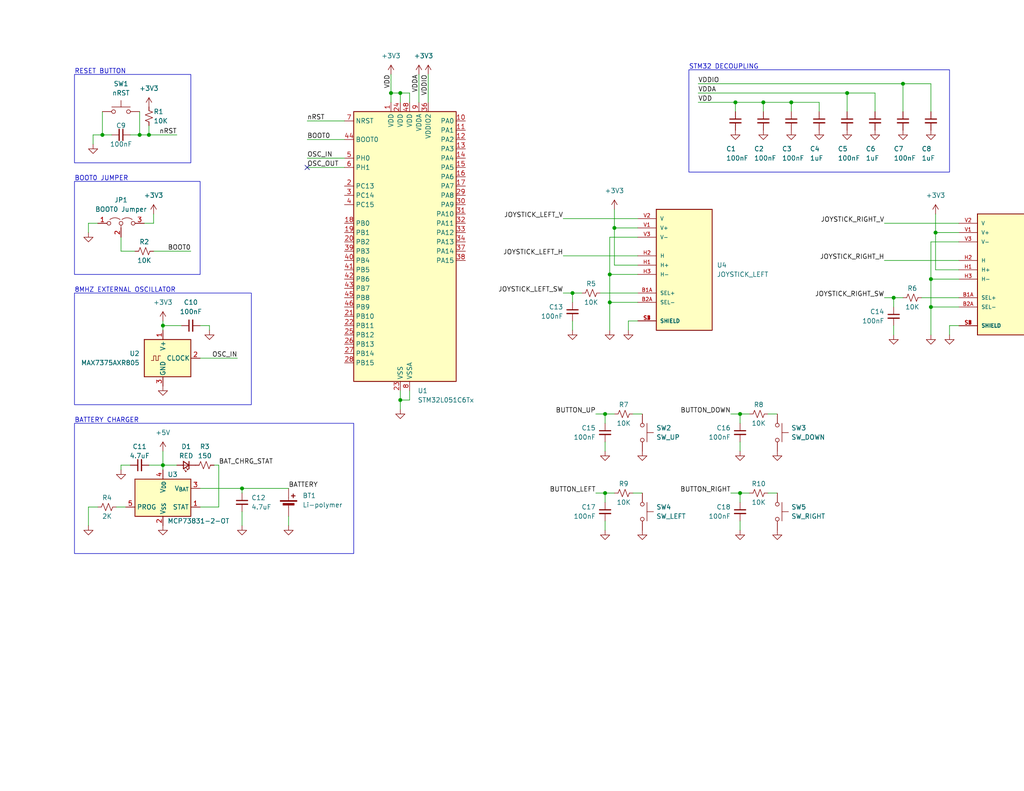
<source format=kicad_sch>
(kicad_sch (version 20230121) (generator eeschema)
  (paper "USLetter")
  (title_block (title "Remote Control") (date "2023-10-29") (rev "B") (company "Autonomous Motorsports Purdue"))
  (lib_symbols
    (symbol "Battery_Management:MCP73831-2-OT"
      (property "Reference" "U" (at -7.62 6.35 0))
      (property "Value" "MCP73831-2-OT" (at 1.27 6.35 0))
      (symbol "MCP73831-2-OT_0_1"
        (rectangle (start -7.62 5.08) (end 7.62 -5.08) (stroke (width 0.254)) (fill (type background)))
      )
      (symbol "MCP73831-2-OT_1_1"
        (pin output line (at 10.16 -2.54 180) (length 2.54) (name "STAT") (number "1"))
        (pin power_in line (at 0 -7.62 90) (length 2.54) (name "V_{SS}") (number "2"))
        (pin power_out line (at 10.16 2.54 180) (length 2.54) (name "V_{BAT}") (number "3"))
        (pin power_in line (at 0 7.62 270) (length 2.54) (name "V_{DD}") (number "4"))
        (pin input line (at -10.16 -2.54 0) (length 2.54) (name "PROG") (number "5"))
      )
    )
    (symbol "COM-09032:COM-09032" (pin_names (offset 1.016))
      (property "Reference" "U" (at -7.62 16.002 0))
      (property "Value" "COM-09032" (at -7.62 -20.32 0))
      (symbol "COM-09032_0_0"
        (rectangle (start -7.62 -17.78) (end 7.62 15.24) (stroke (width 0.254)) (fill (type background)))
        (pin passive line (at -12.7 -7.62 0) (length 5.08) (name "SEL+") (number "B1A"))
        (pin passive line (at -12.7 -10.16 0) (length 5.08) (name "SEL-") (number "B2A"))
        (pin passive line (at -12.7 0 0) (length 5.08) (name "H+") (number "H1"))
        (pin passive line (at -12.7 2.54 0) (length 5.08) (name "H") (number "H2"))
        (pin passive line (at -12.7 -2.54 0) (length 5.08) (name "H-") (number "H3"))
        (pin passive line (at -12.7 -15.24 0) (length 5.08) (name "SHIELD") (number "S1"))
        (pin passive line (at -12.7 -15.24 0) (length 5.08) (name "SHIELD") (number "S2"))
        (pin passive line (at -12.7 -15.24 0) (length 5.08) (name "SHIELD") (number "S3"))
        (pin passive line (at -12.7 -15.24 0) (length 5.08) (name "SHIELD") (number "S4"))
        (pin passive line (at -12.7 10.16 0) (length 5.08) (name "V+") (number "V1"))
        (pin passive line (at -12.7 12.7 0) (length 5.08) (name "V") (number "V2"))
        (pin passive line (at -12.7 7.62 0) (length 5.08) (name "V-") (number "V3"))
      )
    )
    (symbol "Device:Battery_Cell" (pin_numbers hide) (pin_names (offset 0) hide)
      (property "Reference" "BT" (at 2.54 2.54 0))
      (property "Value" "Battery_Cell" (at 2.54 0 0))
      (symbol "Battery_Cell_0_1"
        (rectangle (start -2.286 1.778) (end 2.286 1.524) (fill (type outline)))
        (rectangle (start -1.524 1.016) (end 1.524 0.508) (fill (type outline)))
        (polyline (pts (xy 0 0.762) (xy 0 0)))
        (polyline (pts (xy 0 1.778) (xy 0 2.54)))
        (polyline (pts (xy 0.762 3.048) (xy 1.778 3.048)) (stroke (width 0.254)))
        (polyline (pts (xy 1.27 3.556) (xy 1.27 2.54)) (stroke (width 0.254)))
      )
      (symbol "Battery_Cell_1_1"
        (pin passive line (at 0 5.08 270) (length 2.54) (name "+") (number "1"))
        (pin passive line (at 0 -2.54 90) (length 2.54) (name "-") (number "2"))
      )
    )
    (symbol "Device:C_Small" (pin_numbers hide) (pin_names (offset 0.254) hide)
      (property "Reference" "C" (at 0.254 1.778 0))
      (property "Value" "C_Small" (at 0.254 -2.032 0))
      (symbol "C_Small_0_1"
        (polyline (pts (xy -1.524 -0.508) (xy 1.524 -0.508)) (stroke (width 0.3302)))
        (polyline (pts (xy -1.524 0.508) (xy 1.524 0.508)) (stroke (width 0.3048)))
      )
      (symbol "C_Small_1_1"
        (pin passive line (at 0 2.54 270) (length 2.032) (name "~") (number "1"))
        (pin passive line (at 0 -2.54 90) (length 2.032) (name "~") (number "2"))
      )
    )
    (symbol "Device:LED_Small" (pin_numbers hide) (pin_names (offset 0.254) hide)
      (property "Reference" "D" (at -1.27 3.175 0))
      (property "Value" "LED_Small" (at -4.445 -2.54 0))
      (symbol "LED_Small_0_1"
        (polyline (pts (xy -0.762 -1.016) (xy -0.762 1.016)) (stroke (width 0.254)))
        (polyline (pts (xy 1.016 0) (xy -0.762 0)))
        (polyline (pts (xy 0.762 -1.016) (xy -0.762 0) (xy 0.762 1.016) (xy 0.762 -1.016)) (stroke (width 0.254)))
        (polyline (pts (xy 0 0.762) (xy -0.508 1.27) (xy -0.254 1.27) (xy -0.508 1.27) (xy -0.508 1.016)))
        (polyline (pts (xy 0.508 1.27) (xy 0 1.778) (xy 0.254 1.778) (xy 0 1.778) (xy 0 1.524)))
      )
      (symbol "LED_Small_1_1"
        (pin passive line (at -2.54 0 0) (length 1.778) (name "K") (number "1"))
        (pin passive line (at 2.54 0 180) (length 1.778) (name "A") (number "2"))
      )
    )
    (symbol "Device:R_Small_US" (pin_numbers hide) (pin_names (offset 0.254) hide)
      (property "Reference" "R" (at 0.762 0.508 0))
      (property "Value" "R_Small_US" (at 0.762 -1.016 0))
      (symbol "R_Small_US_1_1"
        (polyline (pts (xy 0 0) (xy 1.016 -0.381) (xy 0 -0.762) (xy -1.016 -1.143) (xy 0 -1.524)))
        (polyline (pts (xy 0 1.524) (xy 1.016 1.143) (xy 0 0.762) (xy -1.016 0.381) (xy 0 0)))
        (pin passive line (at 0 2.54 270) (length 1.016) (name "~") (number "1"))
        (pin passive line (at 0 -2.54 90) (length 1.016) (name "~") (number "2"))
      )
    )
    (symbol "Jumper:Jumper_3_Open" (pin_names (offset 0) hide)
      (property "Reference" "JP" (at -2.54 -2.54 0))
      (property "Value" "Jumper_3_Open" (at 0 2.794 0))
      (symbol "Jumper_3_Open_0_0"
        (circle (center -3.302 0) (radius 0.508))
        (circle (center 0 0) (radius 0.508))
        (circle (center 3.302 0) (radius 0.508))
      )
      (symbol "Jumper_3_Open_0_1"
        (arc (start -0.254 1.016) (mid -1.651 1.4992) (end -3.048 1.016))
        (polyline (pts (xy 0 -0.508) (xy 0 -1.27)))
        (arc (start 3.048 1.016) (mid 1.651 1.4992) (end 0.254 1.016))
      )
      (symbol "Jumper_3_Open_1_1"
        (pin passive line (at -6.35 0 0) (length 2.54) (name "A") (number "1"))
        (pin passive line (at 0 -3.81 90) (length 2.54) (name "C") (number "2"))
        (pin passive line (at 6.35 0 180) (length 2.54) (name "B") (number "3"))
      )
    )
    (symbol "MCU_ST_STM32L0:STM32L051C6Tx"
      (property "Reference" "U" (at -12.7 39.37 0))
      (property "Value" "STM32L051C6Tx" (at 10.16 39.37 0))
      (symbol "STM32L051C6Tx_0_1"
        (rectangle (start -12.7 -35.56) (end 15.24 38.1) (stroke (width 0.254)) (fill (type background)))
      )
      (symbol "STM32L051C6Tx_1_1"
        (pin power_in line (at -2.54 40.64 270) (length 2.54) (name "VDD") (number "1"))
        (pin bidirectional line (at 17.78 35.56 180) (length 2.54) (name "PA0") (number "10"))
        (pin bidirectional line (at 17.78 33.02 180) (length 2.54) (name "PA1") (number "11"))
        (pin bidirectional line (at 17.78 30.48 180) (length 2.54) (name "PA2") (number "12"))
        (pin bidirectional line (at 17.78 27.94 180) (length 2.54) (name "PA3") (number "13"))
        (pin bidirectional line (at 17.78 25.4 180) (length 2.54) (name "PA4") (number "14"))
        (pin bidirectional line (at 17.78 22.86 180) (length 2.54) (name "PA5") (number "15"))
        (pin bidirectional line (at 17.78 20.32 180) (length 2.54) (name "PA6") (number "16"))
        (pin bidirectional line (at 17.78 17.78 180) (length 2.54) (name "PA7") (number "17"))
        (pin bidirectional line (at -15.24 7.62 0) (length 2.54) (name "PB0") (number "18"))
        (pin bidirectional line (at -15.24 5.08 0) (length 2.54) (name "PB1") (number "19"))
        (pin bidirectional line (at -15.24 17.78 0) (length 2.54) (name "PC13") (number "2"))
        (pin bidirectional line (at -15.24 2.54 0) (length 2.54) (name "PB2") (number "20"))
        (pin bidirectional line (at -15.24 -17.78 0) (length 2.54) (name "PB10") (number "21"))
        (pin bidirectional line (at -15.24 -20.32 0) (length 2.54) (name "PB11") (number "22"))
        (pin power_in line (at 0 -38.1 90) (length 2.54) (name "VSS") (number "23"))
        (pin power_in line (at 0 40.64 270) (length 2.54) (name "VDD") (number "24"))
        (pin bidirectional line (at -15.24 -22.86 0) (length 2.54) (name "PB12") (number "25"))
        (pin bidirectional line (at -15.24 -25.4 0) (length 2.54) (name "PB13") (number "26"))
        (pin bidirectional line (at -15.24 -27.94 0) (length 2.54) (name "PB14") (number "27"))
        (pin bidirectional line (at -15.24 -30.48 0) (length 2.54) (name "PB15") (number "28"))
        (pin bidirectional line (at 17.78 15.24 180) (length 2.54) (name "PA8") (number "29"))
        (pin bidirectional line (at -15.24 15.24 0) (length 2.54) (name "PC14") (number "3"))
        (pin bidirectional line (at 17.78 12.7 180) (length 2.54) (name "PA9") (number "30"))
        (pin bidirectional line (at 17.78 10.16 180) (length 2.54) (name "PA10") (number "31"))
        (pin bidirectional line (at 17.78 7.62 180) (length 2.54) (name "PA11") (number "32"))
        (pin bidirectional line (at 17.78 5.08 180) (length 2.54) (name "PA12") (number "33"))
        (pin bidirectional line (at 17.78 2.54 180) (length 2.54) (name "PA13") (number "34"))
        (pin passive line (at 0 -38.1 90) (length 2.54) hide (name "VSS") (number "35"))
        (pin power_in line (at 7.62 40.64 270) (length 2.54) (name "VDDIO2") (number "36"))
        (pin bidirectional line (at 17.78 0 180) (length 2.54) (name "PA14") (number "37"))
        (pin bidirectional line (at 17.78 -2.54 180) (length 2.54) (name "PA15") (number "38"))
        (pin bidirectional line (at -15.24 0 0) (length 2.54) (name "PB3") (number "39"))
        (pin bidirectional line (at -15.24 12.7 0) (length 2.54) (name "PC15") (number "4"))
        (pin bidirectional line (at -15.24 -2.54 0) (length 2.54) (name "PB4") (number "40"))
        (pin bidirectional line (at -15.24 -5.08 0) (length 2.54) (name "PB5") (number "41"))
        (pin bidirectional line (at -15.24 -7.62 0) (length 2.54) (name "PB6") (number "42"))
        (pin bidirectional line (at -15.24 -10.16 0) (length 2.54) (name "PB7") (number "43"))
        (pin input line (at -15.24 30.48 0) (length 2.54) (name "BOOT0") (number "44"))
        (pin bidirectional line (at -15.24 -12.7 0) (length 2.54) (name "PB8") (number "45"))
        (pin bidirectional line (at -15.24 -15.24 0) (length 2.54) (name "PB9") (number "46"))
        (pin passive line (at 0 -38.1 90) (length 2.54) hide (name "VSS") (number "47"))
        (pin power_in line (at 2.54 40.64 270) (length 2.54) (name "VDD") (number "48"))
        (pin bidirectional line (at -15.24 25.4 0) (length 2.54) (name "PH0") (number "5"))
        (pin bidirectional line (at -15.24 22.86 0) (length 2.54) (name "PH1") (number "6"))
        (pin input line (at -15.24 35.56 0) (length 2.54) (name "NRST") (number "7"))
        (pin power_in line (at 2.54 -38.1 90) (length 2.54) (name "VSSA") (number "8"))
        (pin power_in line (at 5.08 40.64 270) (length 2.54) (name "VDDA") (number "9"))
      )
    )
    (symbol "Oscillator:MAX7375AXR805" (pin_names (offset 0.254))
      (property "Reference" "U" (at -2.54 6.35 0))
      (property "Value" "MAX7375AXR805" (at 1.27 -6.35 0))
      (symbol "MAX7375AXR805_0_1"
        (rectangle (start -5.08 5.08) (end 7.62 -5.08) (stroke (width 0.254)) (fill (type background)))
        (polyline (pts (xy -3.175 -0.635) (xy -2.54 -0.635) (xy -2.54 0.635) (xy -1.905 0.635) (xy -1.905 -0.635) (xy -1.27 -0.635) (xy -1.27 0.635) (xy -0.635 0.635)))
      )
      (symbol "MAX7375AXR805_1_1"
        (pin power_in line (at 0 7.62 270) (length 2.54) (name "V+") (number "1"))
        (pin output line (at 10.16 0 180) (length 2.54) (name "CLOCK") (number "2"))
        (pin power_in line (at 0 -7.62 90) (length 2.54) (name "GND") (number "3"))
      )
    )
    (symbol "Switch:SW_Push" (pin_numbers hide) (pin_names (offset 1.016) hide)
      (property "Reference" "SW" (at 1.27 2.54 0))
      (property "Value" "SW_Push" (at 0 -1.524 0))
      (symbol "SW_Push_0_1"
        (circle (center -2.032 0) (radius 0.508))
        (polyline (pts (xy 0 1.27) (xy 0 3.048)))
        (polyline (pts (xy 2.54 1.27) (xy -2.54 1.27)))
        (circle (center 2.032 0) (radius 0.508))
        (pin passive line (at -5.08 0 0) (length 2.54) (name "1") (number "1"))
        (pin passive line (at 5.08 0 180) (length 2.54) (name "2") (number "2"))
      )
    )
    (symbol "power:+3V3" (power) (pin_names (offset 0))
      (property "Value" "+3V3" (at 0 3.556 0))
      (symbol "+3V3_0_1"
        (polyline (pts (xy -0.762 1.27) (xy 0 2.54)))
        (polyline (pts (xy 0 0) (xy 0 2.54)))
        (polyline (pts (xy 0 2.54) (xy 0.762 1.27)))
      )
      (symbol "+3V3_1_1"
        (pin power_in line (at 0 0 90) (length 0) hide (name "+3V3") (number "1"))
      )
    )
    (symbol "power:+5V" (power) (pin_names (offset 0))
      (property "Value" "+5V" (at 0 3.556 0))
      (symbol "+5V_0_1"
        (polyline (pts (xy -0.762 1.27) (xy 0 2.54)))
        (polyline (pts (xy 0 0) (xy 0 2.54)))
        (polyline (pts (xy 0 2.54) (xy 0.762 1.27)))
      )
      (symbol "+5V_1_1"
        (pin power_in line (at 0 0 90) (length 0) hide (name "+5V") (number "1"))
      )
    )
    (symbol "power:GND" (power) (pin_names (offset 0))
      (property "Value" "GND" (at 0 -3.81 0))
      (symbol "GND_0_1"
        (polyline (pts (xy 0 0) (xy 0 -1.27) (xy 1.27 -1.27) (xy 0 -2.54) (xy -1.27 -1.27) (xy 0 -1.27)))
      )
      (symbol "GND_1_1"
        (pin power_in line (at 0 0 270) (length 0) hide (name "GND") (number "1"))
      )
    )
  )
  (junction (at 167.64 62.23))
  (junction (at 201.93 134.62))
  (junction (at 106.68 25.4))
  (junction (at 254 83.82))
  (junction (at 215.9 27.94))
  (junction (at 44.45 88.9))
  (junction (at 38.1 36.83))
  (junction (at 243.84 81.28))
  (junction (at 254 76.2))
  (junction (at 109.22 25.4))
  (junction (at 246.38 22.86))
  (junction (at 231.14 25.4))
  (junction (at 200.66 27.94))
  (junction (at 44.45 127))
  (junction (at 156.21 80.01))
  (junction (at 40.64 36.83))
  (junction (at 109.22 109.22))
  (junction (at 166.37 74.93))
  (junction (at 27.94 36.83))
  (junction (at 165.1 134.62))
  (junction (at 255.27 63.5))
  (junction (at 208.28 27.94))
  (junction (at 166.37 82.55))
  (junction (at 165.1 113.03))
  (junction (at 201.93 113.03))
  (junction (at 66.04 133.35))
  (no_connect (at 83.82 45.72))
  (wire (pts (xy 208.28 30.48) (xy 208.28 27.94)))
  (wire (pts (xy 215.9 27.94) (xy 223.52 27.94)))
  (wire (pts (xy 44.45 87.63) (xy 44.45 88.9)))
  (wire (pts (xy 24.13 63.5) (xy 24.13 60.96)))
  (wire (pts (xy 200.66 27.94) (xy 200.66 30.48)))
  (wire (pts (xy 59.69 138.43) (xy 54.61 138.43)))
  (wire (pts (xy 66.04 139.7) (xy 66.04 143.51)))
  (wire (pts (xy 209.55 134.62) (xy 212.09 134.62)))
  (wire (pts (xy 111.76 109.22) (xy 111.76 106.68)))
  (wire (pts (xy 111.76 25.4) (xy 111.76 27.94)))
  (wire (pts (xy 165.1 120.65) (xy 165.1 123.19)))
  (wire (pts (xy 44.45 123.19) (xy 44.45 127)))
  (wire (pts (xy 255.27 63.5) (xy 255.27 73.66)))
  (wire (pts (xy 167.64 113.03) (xy 165.1 113.03)))
  (wire (pts (xy 59.69 127) (xy 59.69 138.43)))
  (wire (pts (xy 171.45 87.63) (xy 173.99 87.63)))
  (wire (pts (xy 83.82 43.18) (xy 93.98 43.18)))
  (wire (pts (xy 116.84 20.32) (xy 116.84 27.94)))
  (wire (pts (xy 52.07 68.58) (xy 41.91 68.58)))
  (wire (pts (xy 201.93 142.24) (xy 201.93 144.78)))
  (wire (pts (xy 33.02 128.27) (xy 33.02 127)))
  (wire (pts (xy 83.82 38.1) (xy 93.98 38.1)))
  (wire (pts (xy 215.9 27.94) (xy 215.9 30.48)))
  (wire (pts (xy 208.28 27.94) (xy 200.66 27.94)))
  (wire (pts (xy 78.74 140.97) (xy 78.74 143.51)))
  (wire (pts (xy 109.22 106.68) (xy 109.22 109.22)))
  (wire (pts (xy 153.67 80.01) (xy 156.21 80.01)))
  (wire (pts (xy 166.37 82.55) (xy 173.99 82.55)))
  (wire (pts (xy 27.94 36.83) (xy 30.48 36.83)))
  (wire (pts (xy 171.45 90.17) (xy 171.45 87.63)))
  (wire (pts (xy 241.3 60.96) (xy 261.62 60.96)))
  (wire (pts (xy 25.4 39.37) (xy 25.4 36.83)))
  (wire (pts (xy 172.72 113.03) (xy 175.26 113.03)))
  (wire (pts (xy 106.68 25.4) (xy 106.68 27.94)))
  (wire (pts (xy 167.64 62.23) (xy 167.64 72.39)))
  (wire (pts (xy 166.37 82.55) (xy 166.37 90.17)))
  (wire (pts (xy 25.4 36.83) (xy 27.94 36.83)))
  (wire (pts (xy 251.46 81.28) (xy 261.62 81.28)))
  (wire (pts (xy 64.77 97.79) (xy 54.61 97.79)))
  (wire (pts (xy 109.22 25.4) (xy 109.22 27.94)))
  (wire (pts (xy 33.02 68.58) (xy 33.02 64.77)))
  (wire (pts (xy 66.04 133.35) (xy 78.74 133.35)))
  (wire (pts (xy 254 83.82) (xy 261.62 83.82)))
  (wire (pts (xy 259.08 91.44) (xy 259.08 88.9)))
  (wire (pts (xy 57.15 90.17) (xy 57.15 88.9)))
  (wire (pts (xy 166.37 74.93) (xy 166.37 64.77)))
  (wire (pts (xy 41.91 58.42) (xy 41.91 60.96)))
  (wire (pts (xy 254 76.2) (xy 261.62 76.2)))
  (wire (pts (xy 166.37 74.93) (xy 166.37 82.55)))
  (wire (pts (xy 38.1 30.48) (xy 38.1 36.83)))
  (wire (pts (xy 231.14 30.48) (xy 231.14 25.4)))
  (wire (pts (xy 66.04 133.35) (xy 66.04 134.62)))
  (wire (pts (xy 243.84 88.9) (xy 243.84 91.44)))
  (wire (pts (xy 114.3 20.32) (xy 114.3 27.94)))
  (wire (pts (xy 156.21 87.63) (xy 156.21 90.17)))
  (wire (pts (xy 40.64 34.29) (xy 40.64 36.83)))
  (wire (pts (xy 231.14 25.4) (xy 238.76 25.4)))
  (wire (pts (xy 109.22 109.22) (xy 109.22 111.76)))
  (wire (pts (xy 44.45 127) (xy 48.26 127)))
  (wire (pts (xy 40.64 36.83) (xy 38.1 36.83)))
  (wire (pts (xy 83.82 33.02) (xy 93.98 33.02)))
  (wire (pts (xy 246.38 30.48) (xy 246.38 22.86)))
  (wire (pts (xy 24.13 138.43) (xy 24.13 143.51)))
  (wire (pts (xy 201.93 120.65) (xy 201.93 123.19)))
  (wire (pts (xy 204.47 113.03) (xy 201.93 113.03)))
  (wire (pts (xy 156.21 80.01) (xy 158.75 80.01)))
  (wire (pts (xy 49.53 88.9) (xy 44.45 88.9)))
  (wire (pts (xy 33.02 127) (xy 35.56 127)))
  (wire (pts (xy 106.68 25.4) (xy 109.22 25.4)))
  (wire (pts (xy 40.64 127) (xy 44.45 127)))
  (wire (pts (xy 153.67 59.69) (xy 173.99 59.69)))
  (wire (pts (xy 199.39 113.03) (xy 201.93 113.03)))
  (wire (pts (xy 172.72 134.62) (xy 175.26 134.62)))
  (wire (pts (xy 24.13 138.43) (xy 26.67 138.43)))
  (wire (pts (xy 57.15 88.9) (xy 54.61 88.9)))
  (wire (pts (xy 223.52 27.94) (xy 223.52 30.48)))
  (wire (pts (xy 109.22 25.4) (xy 111.76 25.4)))
  (wire (pts (xy 44.45 127) (xy 44.45 128.27)))
  (wire (pts (xy 241.3 71.12) (xy 261.62 71.12)))
  (wire (pts (xy 35.56 36.83) (xy 38.1 36.83)))
  (wire (pts (xy 167.64 72.39) (xy 173.99 72.39)))
  (wire (pts (xy 48.26 36.83) (xy 40.64 36.83)))
  (wire (pts (xy 254 76.2) (xy 254 83.82)))
  (wire (pts (xy 254 76.2) (xy 254 66.04)))
  (wire (pts (xy 190.5 22.86) (xy 246.38 22.86)))
  (wire (pts (xy 166.37 64.77) (xy 173.99 64.77)))
  (wire (pts (xy 167.64 62.23) (xy 173.99 62.23)))
  (wire (pts (xy 54.61 133.35) (xy 66.04 133.35)))
  (wire (pts (xy 27.94 30.48) (xy 27.94 36.83)))
  (wire (pts (xy 162.56 134.62) (xy 165.1 134.62)))
  (wire (pts (xy 259.08 88.9) (xy 261.62 88.9)))
  (wire (pts (xy 243.84 81.28) (xy 246.38 81.28)))
  (wire (pts (xy 254 30.48) (xy 254 22.86)))
  (wire (pts (xy 241.3 81.28) (xy 243.84 81.28)))
  (wire (pts (xy 255.27 73.66) (xy 261.62 73.66)))
  (wire (pts (xy 254 66.04) (xy 261.62 66.04)))
  (wire (pts (xy 204.47 134.62) (xy 201.93 134.62)))
  (wire (pts (xy 153.67 69.85) (xy 173.99 69.85)))
  (wire (pts (xy 255.27 58.42) (xy 255.27 63.5)))
  (wire (pts (xy 163.83 80.01) (xy 173.99 80.01)))
  (wire (pts (xy 41.91 60.96) (xy 39.37 60.96)))
  (wire (pts (xy 167.64 134.62) (xy 165.1 134.62)))
  (wire (pts (xy 162.56 113.03) (xy 165.1 113.03)))
  (wire (pts (xy 201.93 113.03) (xy 201.93 115.57)))
  (wire (pts (xy 166.37 74.93) (xy 173.99 74.93)))
  (wire (pts (xy 243.84 83.82) (xy 243.84 81.28)))
  (wire (pts (xy 165.1 142.24) (xy 165.1 144.78)))
  (wire (pts (xy 165.1 134.62) (xy 165.1 137.16)))
  (wire (pts (xy 31.75 138.43) (xy 34.29 138.43)))
  (wire (pts (xy 238.76 25.4) (xy 238.76 30.48)))
  (wire (pts (xy 109.22 109.22) (xy 111.76 109.22)))
  (wire (pts (xy 24.13 60.96) (xy 26.67 60.96)))
  (wire (pts (xy 58.42 127) (xy 59.69 127)))
  (wire (pts (xy 209.55 113.03) (xy 212.09 113.03)))
  (wire (pts (xy 190.5 27.94) (xy 200.66 27.94)))
  (wire (pts (xy 199.39 134.62) (xy 201.93 134.62)))
  (wire (pts (xy 165.1 113.03) (xy 165.1 115.57)))
  (wire (pts (xy 167.64 57.15) (xy 167.64 62.23)))
  (wire (pts (xy 254 83.82) (xy 254 91.44)))
  (wire (pts (xy 254 22.86) (xy 246.38 22.86)))
  (wire (pts (xy 208.28 27.94) (xy 215.9 27.94)))
  (wire (pts (xy 36.83 68.58) (xy 33.02 68.58)))
  (wire (pts (xy 190.5 25.4) (xy 231.14 25.4)))
  (wire (pts (xy 44.45 88.9) (xy 44.45 90.17)))
  (wire (pts (xy 106.68 20.32) (xy 106.68 25.4)))
  (wire (pts (xy 201.93 134.62) (xy 201.93 137.16)))
  (wire (pts (xy 156.21 82.55) (xy 156.21 80.01)))
  (wire (pts (xy 255.27 63.5) (xy 261.62 63.5)))
  (wire (pts (xy 83.82 45.72) (xy 93.98 45.72)))
  (rectangle (start 20.32 115.57) (end 96.52 151.13))
  (rectangle (start 20.32 49.53) (end 54.61 74.93))
  (rectangle (start 20.32 80.01) (end 68.58 110.49))
  (rectangle (start 20.32 20.32) (end 52.07 44.45))
  (rectangle (start 187.96 19.05) (end 259.08 46.99))
  (text "STM32 DECOUPLING" (at 187.96 19.05 0) (effects (font (size 1.27 1.27)) (justify left bottom)))
  (text "RESET BUTTON" (at 20.32 20.32 0) (effects (font (size 1.27 1.27)) (justify left bottom)))
  (text "8MHZ EXTERNAL OSCILLATOR" (at 20.32 80.01 0) (effects (font (size 1.27 1.27)) (justify left bottom)))
  (text "BOOT0 JUMPER" (at 20.32 49.53 0) (effects (font (size 1.27 1.27)) (justify left bottom)))
  (text "BATTERY CHARGER" (at 20.32 115.57 0) (effects (font (size 1.27 1.27)) (justify left bottom)))
  (label "JOYSTICK_RIGHT_SW" (at 241.3 81.28 180))
  (label "BUTTON_RIGHT" (at 199.39 134.62 180))
  (label "BOOT0" (at 52.07 68.58 180))
  (label "BATTERY" (at 78.74 133.35 0))
  (label "nRST" (at 48.26 36.83 180))
  (label "VDD" (at 106.68 20.32 270))
  (label "JOYSTICK_LEFT_H" (at 153.67 69.85 180))
  (label "VDDIO" (at 190.5 22.86 0))
  (label "BUTTON_UP" (at 162.56 113.03 180))
  (label "JOYSTICK_LEFT_V" (at 153.67 59.69 180))
  (label "VDDA" (at 114.3 20.32 270))
  (label "VDD" (at 190.5 27.94 0))
  (label "BOOT0" (at 83.82 38.1 0))
  (label "BUTTON_DOWN" (at 199.39 113.03 180))
  (label "JOYSTICK_RIGHT_H" (at 241.3 71.12 180))
  (label "OSC_IN" (at 64.77 97.79 180))
  (label "JOYSTICK_LEFT_SW" (at 153.67 80.01 180))
  (label "JOYSTICK_RIGHT_V" (at 241.3 60.96 180))
  (label "BAT_CHRG_STAT" (at 59.69 127 0))
  (label "OSC_IN" (at 83.82 43.18 0))
  (label "VDDA" (at 190.5 25.4 0))
  (label "VDDIO" (at 116.84 20.32 270))
  (label "OSC_OUT" (at 83.82 45.72 0))
  (label "BUTTON_LEFT" (at 162.56 134.62 180))
  (label "nRST" (at 83.82 33.02 0))
  (symbol (lib_id "power:+3V3") (at 40.64 29.21 0) (unit 1)
    (property "Reference" "#PWR014" (effects hide))
    (property "Value" "+3V3" (at 40.64 24.13 0))
  )
  (symbol (lib_id "Device:C_Small") (at 200.66 33.02 0) (unit 1)
    (property "Reference" "C1" (at 198.12 40.64 0) (effects (justify left)))
    (property "Value" "100nF" (at 198.12 43.18 0) (effects (justify left)))
  )
  (symbol (lib_id "Device:R_Small_US") (at 207.01 134.62 90) (unit 1)
    (property "Reference" "R10" (at 207.01 132.08 90))
    (property "Value" "10K" (at 207.01 137.16 90))
  )
  (symbol (lib_id "Device:R_Small_US") (at 161.29 80.01 90) (unit 1)
    (property "Reference" "R5" (at 161.29 77.47 90))
    (property "Value" "10K" (at 161.29 82.55 90))
  )
  (symbol (lib_id "Device:C_Small") (at 201.93 118.11 0) (unit 1)
    (property "Reference" "C16" (at 199.39 116.84 0) (effects (justify right)))
    (property "Value" "100nF" (at 199.39 119.38 0) (effects (justify right)))
  )
  (symbol (lib_id "Jumper:Jumper_3_Open") (at 33.02 60.96 0) (unit 1)
    (property "Reference" "JP1" (at 33.02 54.61 0))
    (property "Value" "BOOT0 Jumper" (at 33.02 57.15 0))
  )
  (symbol (lib_id "MCU_ST_STM32L0:STM32L051C6Tx") (at 109.22 68.58 0) (unit 1)
    (property "Reference" "U1" (at 113.9541 106.68 0) (effects (justify left)))
    (property "Value" "STM32L051C6Tx" (at 113.9541 109.22 0) (effects (justify left)))
    (property "Footprint" "Package_QFP:LQFP-48_7x7mm_P0.5mm" (effects hide))
    (property "Datasheet" "https://www.st.com/resource/en/datasheet/stm32l051c6.pdf" (effects hide))
  )
  (symbol (lib_id "Device:R_Small_US") (at 29.21 138.43 90) (unit 1)
    (property "Reference" "R4" (at 29.21 135.89 90))
    (property "Value" "2K" (at 29.21 140.97 90))
  )
  (symbol (lib_id "power:+5V") (at 44.45 123.19 0) (unit 1)
    (property "Reference" "#PWR020" (effects hide))
    (property "Value" "+5V" (at 44.45 118.11 0))
  )
  (symbol (lib_id "Switch:SW_Push") (at 175.26 118.11 270) (unit 1)
    (property "Reference" "SW2" (at 179.07 116.84 90) (effects (justify left)))
    (property "Value" "SW_UP" (at 179.07 119.38 90) (effects (justify left)))
  )
  (symbol (lib_id "power:GND") (at 223.52 35.56 0) (unit 1)
    (property "Reference" "#PWR08" (effects hide))
    (property "Value" "GND" (effects hide))
  )
  (symbol (lib_id "power:GND") (at 25.4 39.37 0) (unit 1)
    (property "Reference" "#PWR013" (effects hide))
    (property "Value" "GND" (effects hide))
  )
  (symbol (lib_id "Oscillator:MAX7375AXR805") (at 44.45 97.79 0) (unit 1)
    (property "Reference" "U2" (at 38.1 96.52 0) (effects (justify right)))
    (property "Value" "MAX7375AXR805" (at 38.1 99.06 0) (effects (justify right)))
    (property "Footprint" "Package_TO_SOT_SMD:SOT-323_SC-70" (effects hide))
    (property "Datasheet" "https://datasheets.maximintegrated.com/en/ds/MAX7375.pdf" (effects hide))
  )
  (symbol (lib_id "Device:C_Small") (at 33.02 36.83 270) (unit 1)
    (property "Reference" "C9" (at 33.02 34.29 90))
    (property "Value" "100nF" (at 33.02 39.37 90))
  )
  (symbol (lib_id "power:GND") (at 33.02 128.27 0) (unit 1)
    (property "Reference" "#PWR021" (effects hide))
    (property "Value" "GND" (effects hide))
  )
  (symbol (lib_id "Device:R_Small_US") (at 170.18 134.62 90) (unit 1)
    (property "Reference" "R9" (at 170.18 132.08 90))
    (property "Value" "10K" (at 170.18 137.16 90))
  )
  (symbol (lib_id "power:GND") (at 166.37 90.17 0) (unit 1)
    (property "Reference" "#PWR028" (effects hide))
    (property "Value" "GND" (effects hide))
  )
  (symbol (lib_id "power:GND") (at 246.38 35.56 0) (unit 1)
    (property "Reference" "#PWR011" (effects hide))
    (property "Value" "GND" (effects hide))
  )
  (symbol (lib_id "COM-09032:COM-09032") (at 186.69 72.39 0) (unit 1)
    (property "Reference" "U4" (at 195.58 72.39 0) (effects (justify left)))
    (property "Value" "JOYSTICK_LEFT" (at 195.58 74.93 0) (effects (justify left)))
    (property "Footprint" "XDCR_COM-09032" (effects hide))
    (property "MAXIMUM_PACKAGE_HEIGHT" "30.1mm" (effects hide))
    (property "PARTREV" "N/A" (effects hide))
    (property "STANDARD" "Manufacturer Recommendations" (effects hide))
    (property "MANUFACTURER" "SparkFun Electronics" (effects hide))
  )
  (symbol (lib_id "power:+3V3") (at 255.27 58.42 0) (unit 1)
    (property "Reference" "#PWR032" (effects hide))
    (property "Value" "+3V3" (at 255.27 53.34 0))
  )
  (symbol (lib_id "Device:R_Small_US") (at 170.18 113.03 90) (unit 1)
    (property "Reference" "R7" (at 170.18 110.49 90))
    (property "Value" "10K" (at 170.18 115.57 90))
  )
  (symbol (lib_id "Device:C_Small") (at 156.21 85.09 0) (unit 1)
    (property "Reference" "C13" (at 153.67 83.82 0) (effects (justify right)))
    (property "Value" "100nF" (at 153.67 86.36 0) (effects (justify right)))
  )
  (symbol (lib_id "Device:C_Small") (at 254 33.02 0) (unit 1)
    (property "Reference" "C8" (at 251.46 40.64 0) (effects (justify left)))
    (property "Value" "1uF" (at 251.46 43.18 0) (effects (justify left)))
  )
  (symbol (lib_id "power:GND") (at 212.09 144.78 0) (unit 1)
    (property "Reference" "#PWR041" (effects hide))
    (property "Value" "GND" (effects hide))
  )
  (symbol (lib_id "Device:R_Small_US") (at 207.01 113.03 90) (unit 1)
    (property "Reference" "R8" (at 207.01 110.49 90))
    (property "Value" "10K" (at 207.01 115.57 90))
  )
  (symbol (lib_id "Switch:SW_Push") (at 175.26 139.7 270) (unit 1)
    (property "Reference" "SW4" (at 179.07 138.43 90) (effects (justify left)))
    (property "Value" "SW_LEFT" (at 179.07 140.97 90) (effects (justify left)))
  )
  (symbol (lib_id "power:GND") (at 165.1 144.78 0) (unit 1)
    (property "Reference" "#PWR038" (effects hide))
    (property "Value" "GND" (effects hide))
  )
  (symbol (lib_id "Device:R_Small_US") (at 40.64 31.75 0) (unit 1)
    (property "Reference" "R1" (at 41.91 30.48 0) (effects (justify left)))
    (property "Value" "10K" (at 41.91 33.02 0) (effects (justify left)))
  )
  (symbol (lib_id "Device:R_Small_US") (at 248.92 81.28 90) (unit 1)
    (property "Reference" "R6" (at 248.92 78.74 90))
    (property "Value" "10K" (at 248.92 83.82 90))
  )
  (symbol (lib_id "power:GND") (at 171.45 90.17 0) (unit 1)
    (property "Reference" "#PWR026" (effects hide))
    (property "Value" "GND" (effects hide))
  )
  (symbol (lib_id "power:GND") (at 208.28 35.56 0) (unit 1)
    (property "Reference" "#PWR06" (effects hide))
    (property "Value" "GND" (effects hide))
  )
  (symbol (lib_id "power:GND") (at 44.45 105.41 0) (unit 1)
    (property "Reference" "#PWR017" (effects hide))
    (property "Value" "GND" (effects hide))
  )
  (symbol (lib_id "power:GND") (at 254 35.56 0) (unit 1)
    (property "Reference" "#PWR012" (effects hide))
    (property "Value" "GND" (effects hide))
  )
  (symbol (lib_id "Device:C_Small") (at 208.28 33.02 0) (unit 1)
    (property "Reference" "C2" (at 205.74 40.64 0) (effects (justify left)))
    (property "Value" "100nF" (at 205.74 43.18 0) (effects (justify left)))
  )
  (symbol (lib_id "power:GND") (at 66.04 143.51 0) (unit 1)
    (property "Reference" "#PWR024" (effects hide))
    (property "Value" "GND" (effects hide))
  )
  (symbol (lib_id "Device:Battery_Cell") (at 78.74 138.43 0) (unit 1)
    (property "Reference" "BT1" (at 82.55 135.3185 0) (effects (justify left)))
    (property "Value" "Li-polymer" (at 82.55 137.8585 0) (effects (justify left)))
  )
  (symbol (lib_id "Device:C_Small") (at 246.38 33.02 0) (unit 1)
    (property "Reference" "C7" (at 243.84 40.64 0) (effects (justify left)))
    (property "Value" "100nF" (at 243.84 43.18 0) (effects (justify left)))
  )
  (symbol (lib_id "power:GND") (at 200.66 35.56 0) (unit 1)
    (property "Reference" "#PWR05" (effects hide))
    (property "Value" "GND" (effects hide))
  )
  (symbol (lib_id "power:GND") (at 78.74 143.51 0) (unit 1)
    (property "Reference" "#PWR025" (effects hide))
    (property "Value" "GND" (effects hide))
  )
  (symbol (lib_id "power:GND") (at 201.93 144.78 0) (unit 1)
    (property "Reference" "#PWR040" (effects hide))
    (property "Value" "GND" (effects hide))
  )
  (symbol (lib_id "power:GND") (at 175.26 123.19 0) (unit 1)
    (property "Reference" "#PWR034" (effects hide))
    (property "Value" "GND" (effects hide))
  )
  (symbol (lib_id "Device:C_Small") (at 231.14 33.02 0) (unit 1)
    (property "Reference" "C5" (at 228.6 40.64 0) (effects (justify left)))
    (property "Value" "100nF" (at 228.6 43.18 0) (effects (justify left)))
  )
  (symbol (lib_id "power:+3V3") (at 41.91 58.42 0) (unit 1)
    (property "Reference" "#PWR016" (effects hide))
    (property "Value" "+3V3" (at 41.91 53.34 0))
  )
  (symbol (lib_id "Switch:SW_Push") (at 33.02 30.48 0) (unit 1)
    (property "Reference" "SW1" (at 33.02 22.86 0))
    (property "Value" "nRST" (at 33.02 25.4 0))
  )
  (symbol (lib_id "Device:C_Small") (at 201.93 139.7 0) (unit 1)
    (property "Reference" "C18" (at 199.39 138.43 0) (effects (justify right)))
    (property "Value" "100nF" (at 199.39 140.97 0) (effects (justify right)))
  )
  (symbol (lib_id "power:+3V3") (at 116.84 20.32 0) (unit 1)
    (property "Reference" "#PWR04" (effects hide))
    (property "Value" "+3V3" (effects hide))
  )
  (symbol (lib_id "power:GND") (at 201.93 123.19 0) (unit 1)
    (property "Reference" "#PWR036" (effects hide))
    (property "Value" "GND" (effects hide))
  )
  (symbol (lib_id "power:GND") (at 212.09 123.19 0) (unit 1)
    (property "Reference" "#PWR037" (effects hide))
    (property "Value" "GND" (effects hide))
  )
  (symbol (lib_id "power:GND") (at 165.1 123.19 0) (unit 1)
    (property "Reference" "#PWR035" (effects hide))
    (property "Value" "GND" (effects hide))
  )
  (symbol (lib_id "Device:LED_Small") (at 50.8 127 180) (unit 1)
    (property "Reference" "D1" (at 50.8 121.92 0))
    (property "Value" "RED" (at 50.8 124.46 0))
  )
  (symbol (lib_id "power:GND") (at 259.08 91.44 0) (unit 1)
    (property "Reference" "#PWR033" (effects hide))
    (property "Value" "GND" (effects hide))
  )
  (symbol (lib_id "power:+3V3") (at 44.45 87.63 0) (unit 1)
    (property "Reference" "#PWR018" (effects hide))
    (property "Value" "+3V3" (at 44.45 82.55 0))
  )
  (symbol (lib_id "Device:C_Small") (at 165.1 118.11 0) (unit 1)
    (property "Reference" "C15" (at 162.56 116.84 0) (effects (justify right)))
    (property "Value" "100nF" (at 162.56 119.38 0) (effects (justify right)))
  )
  (symbol (lib_id "Switch:SW_Push") (at 212.09 139.7 270) (unit 1)
    (property "Reference" "SW5" (at 215.9 138.43 90) (effects (justify left)))
    (property "Value" "SW_RIGHT" (at 215.9 140.97 90) (effects (justify left)))
  )
  (symbol (lib_id "power:GND") (at 24.13 143.51 0) (unit 1)
    (property "Reference" "#PWR023" (effects hide))
    (property "Value" "GND" (effects hide))
  )
  (symbol (lib_id "power:GND") (at 215.9 35.56 0) (unit 1)
    (property "Reference" "#PWR07" (effects hide))
    (property "Value" "GND" (effects hide))
  )
  (symbol (lib_id "Switch:SW_Push") (at 212.09 118.11 270) (unit 1)
    (property "Reference" "SW3" (at 215.9 116.84 90) (effects (justify left)))
    (property "Value" "SW_DOWN" (at 215.9 119.38 90) (effects (justify left)))
  )
  (symbol (lib_id "power:GND") (at 44.45 143.51 0) (unit 1)
    (property "Reference" "#PWR022" (effects hide))
    (property "Value" "GND" (effects hide))
  )
  (symbol (lib_id "power:GND") (at 156.21 90.17 0) (unit 1)
    (property "Reference" "#PWR029" (effects hide))
    (property "Value" "GND" (effects hide))
  )
  (symbol (lib_id "power:GND") (at 109.22 111.76 0) (unit 1)
    (property "Reference" "#PWR01" (effects hide))
    (property "Value" "GND" (effects hide))
  )
  (symbol (lib_id "power:GND") (at 57.15 90.17 0) (unit 1)
    (property "Reference" "#PWR019" (effects hide))
    (property "Value" "GND" (effects hide))
  )
  (symbol (lib_id "power:GND") (at 175.26 144.78 0) (unit 1)
    (property "Reference" "#PWR039" (effects hide))
    (property "Value" "GND" (effects hide))
  )
  (symbol (lib_id "power:GND") (at 24.13 63.5 0) (unit 1)
    (property "Reference" "#PWR015" (effects hide))
    (property "Value" "GND" (effects hide))
  )
  (symbol (lib_id "Device:C_Small") (at 66.04 137.16 0) (unit 1)
    (property "Reference" "C12" (at 68.58 135.8963 0) (effects (justify left)))
    (property "Value" "4.7uF" (at 68.58 138.4363 0) (effects (justify left)))
  )
  (symbol (lib_id "Device:C_Small") (at 38.1 127 90) (unit 1)
    (property "Reference" "C11" (at 38.1 121.92 90))
    (property "Value" "4.7uF" (at 38.1 124.46 90))
  )
  (symbol (lib_id "power:GND") (at 243.84 91.44 0) (unit 1)
    (property "Reference" "#PWR030" (effects hide))
    (property "Value" "GND" (effects hide))
  )
  (symbol (lib_id "power:+3V3") (at 114.3 20.32 0) (unit 1)
    (property "Reference" "#PWR03" (effects hide))
    (property "Value" "+3V3" (at 115.57 15.24 0))
  )
  (symbol (lib_id "Device:C_Small") (at 238.76 33.02 0) (unit 1)
    (property "Reference" "C6" (at 236.22 40.64 0) (effects (justify left)))
    (property "Value" "1uF" (at 236.22 43.18 0) (effects (justify left)))
  )
  (symbol (lib_id "Device:C_Small") (at 52.07 88.9 90) (unit 1)
    (property "Reference" "C10" (at 52.0763 82.55 90))
    (property "Value" "100nF" (at 52.0763 85.09 90))
  )
  (symbol (lib_id "power:+3V3") (at 167.64 57.15 0) (unit 1)
    (property "Reference" "#PWR027" (effects hide))
    (property "Value" "+3V3" (at 167.64 52.07 0))
  )
  (symbol (lib_id "power:GND") (at 231.14 35.56 0) (unit 1)
    (property "Reference" "#PWR09" (effects hide))
    (property "Value" "GND" (effects hide))
  )
  (symbol (lib_id "Battery_Management:MCP73831-2-OT") (at 44.45 135.89 0) (unit 1)
    (property "Reference" "U3" (at 45.72 129.54 0) (effects (justify left)))
    (property "Value" "MCP73831-2-OT" (at 45.72 142.24 0) (effects (justify left)))
    (property "Footprint" "Package_TO_SOT_SMD:SOT-23-5" (effects hide))
    (property "Datasheet" "http://ww1.microchip.com/downloads/en/DeviceDoc/20001984g.pdf" (effects hide))
  )
  (symbol (lib_id "Device:R_Small_US") (at 39.37 68.58 90) (unit 1)
    (property "Reference" "R2" (at 39.37 66.04 90))
    (property "Value" "10K" (at 39.37 71.12 90))
  )
  (symbol (lib_id "power:GND") (at 238.76 35.56 0) (unit 1)
    (property "Reference" "#PWR010" (effects hide))
    (property "Value" "GND" (effects hide))
  )
  (symbol (lib_id "power:GND") (at 254 91.44 0) (unit 1)
    (property "Reference" "#PWR031" (effects hide))
    (property "Value" "GND" (effects hide))
  )
  (symbol (lib_id "COM-09032:COM-09032") (at 274.32 73.66 0) (unit 1)
    (property "Reference" "U5" (at 283.21 73.66 0) (effects (justify left)))
    (property "Value" "JOYSTICK_RIGHT" (at 283.21 76.2 0) (effects (justify left)))
    (property "Footprint" "XDCR_COM-09032" (effects hide))
    (property "MAXIMUM_PACKAGE_HEIGHT" "30.1mm" (effects hide))
    (property "PARTREV" "N/A" (effects hide))
    (property "STANDARD" "Manufacturer Recommendations" (effects hide))
    (property "MANUFACTURER" "SparkFun Electronics" (effects hide))
  )
  (symbol (lib_id "Device:C_Small") (at 243.84 86.36 0) (unit 1)
    (property "Reference" "C14" (at 241.3 85.09 0) (effects (justify right)))
    (property "Value" "100nF" (at 241.3 87.63 0) (effects (justify right)))
  )
  (symbol (lib_id "Device:R_Small_US") (at 55.88 127 90) (unit 1)
    (property "Reference" "R3" (at 55.88 121.92 90))
    (property "Value" "150" (at 55.88 124.46 90))
  )
  (symbol (lib_id "Device:C_Small") (at 215.9 33.02 0) (unit 1)
    (property "Reference" "C3" (at 213.36 40.64 0) (effects (justify left)))
    (property "Value" "100nF" (at 213.36 43.18 0) (effects (justify left)))
  )
  (symbol (lib_id "Device:C_Small") (at 165.1 139.7 0) (unit 1)
    (property "Reference" "C17" (at 162.56 138.43 0) (effects (justify right)))
    (property "Value" "100nF" (at 162.56 140.97 0) (effects (justify right)))
  )
  (symbol (lib_id "Device:C_Small") (at 223.52 33.02 0) (unit 1)
    (property "Reference" "C4" (at 220.98 40.64 0) (effects (justify left)))
    (property "Value" "1uF" (at 220.98 43.18 0) (effects (justify left)))
  )
  (symbol (lib_id "power:+3V3") (at 106.68 20.32 0) (unit 1)
    (property "Reference" "#PWR02" (effects hide))
    (property "Value" "+3V3" (at 106.68 15.24 0))
  )
)
</source>
